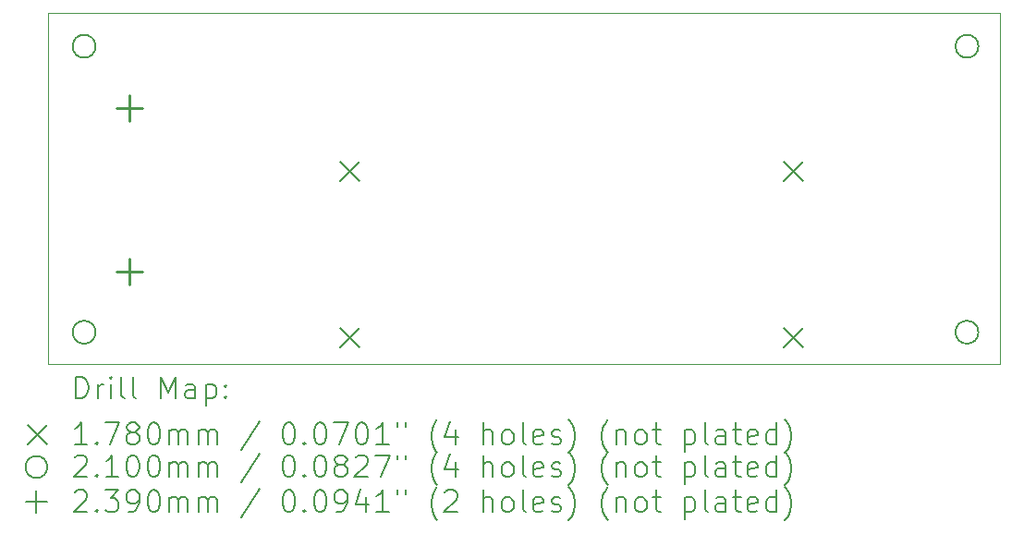
<source format=gbr>
%TF.GenerationSoftware,KiCad,Pcbnew,7.0.7*%
%TF.CreationDate,2024-03-20T00:35:12+00:00*%
%TF.ProjectId,TIMPS2Key,54494d50-5332-44b6-9579-2e6b69636164,rev?*%
%TF.SameCoordinates,Original*%
%TF.FileFunction,Drillmap*%
%TF.FilePolarity,Positive*%
%FSLAX45Y45*%
G04 Gerber Fmt 4.5, Leading zero omitted, Abs format (unit mm)*
G04 Created by KiCad (PCBNEW 7.0.7) date 2024-03-20 00:35:12*
%MOMM*%
%LPD*%
G01*
G04 APERTURE LIST*
%ADD10C,0.100000*%
%ADD11C,0.200000*%
%ADD12C,0.178000*%
%ADD13C,0.210000*%
%ADD14C,0.239000*%
G04 APERTURE END LIST*
D10*
X8071000Y-4675000D02*
X16790000Y-4675000D01*
X16790000Y-7893000D01*
X8071000Y-7893000D01*
X8071000Y-4675000D01*
D11*
D12*
X10748000Y-6040000D02*
X10926000Y-6218000D01*
X10926000Y-6040000D02*
X10748000Y-6218000D01*
X10748000Y-7564000D02*
X10926000Y-7742000D01*
X10926000Y-7564000D02*
X10748000Y-7742000D01*
X14812000Y-6040000D02*
X14990000Y-6218000D01*
X14990000Y-6040000D02*
X14812000Y-6218000D01*
X14812000Y-7564000D02*
X14990000Y-7742000D01*
X14990000Y-7564000D02*
X14812000Y-7742000D01*
D13*
X8508000Y-4981000D02*
G75*
G03*
X8508000Y-4981000I-105000J0D01*
G01*
X8508000Y-7601000D02*
G75*
G03*
X8508000Y-7601000I-105000J0D01*
G01*
X16596000Y-4981000D02*
G75*
G03*
X16596000Y-4981000I-105000J0D01*
G01*
X16596000Y-7601000D02*
G75*
G03*
X16596000Y-7601000I-105000J0D01*
G01*
D14*
X8819000Y-5427500D02*
X8819000Y-5666500D01*
X8699500Y-5547000D02*
X8938500Y-5547000D01*
X8819000Y-6928500D02*
X8819000Y-7167500D01*
X8699500Y-7048000D02*
X8938500Y-7048000D01*
D11*
X8326777Y-8209484D02*
X8326777Y-8009484D01*
X8326777Y-8009484D02*
X8374396Y-8009484D01*
X8374396Y-8009484D02*
X8402967Y-8019008D01*
X8402967Y-8019008D02*
X8422015Y-8038055D01*
X8422015Y-8038055D02*
X8431539Y-8057103D01*
X8431539Y-8057103D02*
X8441063Y-8095198D01*
X8441063Y-8095198D02*
X8441063Y-8123769D01*
X8441063Y-8123769D02*
X8431539Y-8161865D01*
X8431539Y-8161865D02*
X8422015Y-8180912D01*
X8422015Y-8180912D02*
X8402967Y-8199960D01*
X8402967Y-8199960D02*
X8374396Y-8209484D01*
X8374396Y-8209484D02*
X8326777Y-8209484D01*
X8526777Y-8209484D02*
X8526777Y-8076150D01*
X8526777Y-8114246D02*
X8536301Y-8095198D01*
X8536301Y-8095198D02*
X8545824Y-8085674D01*
X8545824Y-8085674D02*
X8564872Y-8076150D01*
X8564872Y-8076150D02*
X8583920Y-8076150D01*
X8650586Y-8209484D02*
X8650586Y-8076150D01*
X8650586Y-8009484D02*
X8641063Y-8019008D01*
X8641063Y-8019008D02*
X8650586Y-8028531D01*
X8650586Y-8028531D02*
X8660110Y-8019008D01*
X8660110Y-8019008D02*
X8650586Y-8009484D01*
X8650586Y-8009484D02*
X8650586Y-8028531D01*
X8774396Y-8209484D02*
X8755348Y-8199960D01*
X8755348Y-8199960D02*
X8745824Y-8180912D01*
X8745824Y-8180912D02*
X8745824Y-8009484D01*
X8879158Y-8209484D02*
X8860110Y-8199960D01*
X8860110Y-8199960D02*
X8850586Y-8180912D01*
X8850586Y-8180912D02*
X8850586Y-8009484D01*
X9107729Y-8209484D02*
X9107729Y-8009484D01*
X9107729Y-8009484D02*
X9174396Y-8152341D01*
X9174396Y-8152341D02*
X9241063Y-8009484D01*
X9241063Y-8009484D02*
X9241063Y-8209484D01*
X9422015Y-8209484D02*
X9422015Y-8104722D01*
X9422015Y-8104722D02*
X9412491Y-8085674D01*
X9412491Y-8085674D02*
X9393444Y-8076150D01*
X9393444Y-8076150D02*
X9355348Y-8076150D01*
X9355348Y-8076150D02*
X9336301Y-8085674D01*
X9422015Y-8199960D02*
X9402967Y-8209484D01*
X9402967Y-8209484D02*
X9355348Y-8209484D01*
X9355348Y-8209484D02*
X9336301Y-8199960D01*
X9336301Y-8199960D02*
X9326777Y-8180912D01*
X9326777Y-8180912D02*
X9326777Y-8161865D01*
X9326777Y-8161865D02*
X9336301Y-8142817D01*
X9336301Y-8142817D02*
X9355348Y-8133293D01*
X9355348Y-8133293D02*
X9402967Y-8133293D01*
X9402967Y-8133293D02*
X9422015Y-8123769D01*
X9517253Y-8076150D02*
X9517253Y-8276150D01*
X9517253Y-8085674D02*
X9536301Y-8076150D01*
X9536301Y-8076150D02*
X9574396Y-8076150D01*
X9574396Y-8076150D02*
X9593444Y-8085674D01*
X9593444Y-8085674D02*
X9602967Y-8095198D01*
X9602967Y-8095198D02*
X9612491Y-8114246D01*
X9612491Y-8114246D02*
X9612491Y-8171388D01*
X9612491Y-8171388D02*
X9602967Y-8190436D01*
X9602967Y-8190436D02*
X9593444Y-8199960D01*
X9593444Y-8199960D02*
X9574396Y-8209484D01*
X9574396Y-8209484D02*
X9536301Y-8209484D01*
X9536301Y-8209484D02*
X9517253Y-8199960D01*
X9698205Y-8190436D02*
X9707729Y-8199960D01*
X9707729Y-8199960D02*
X9698205Y-8209484D01*
X9698205Y-8209484D02*
X9688682Y-8199960D01*
X9688682Y-8199960D02*
X9698205Y-8190436D01*
X9698205Y-8190436D02*
X9698205Y-8209484D01*
X9698205Y-8085674D02*
X9707729Y-8095198D01*
X9707729Y-8095198D02*
X9698205Y-8104722D01*
X9698205Y-8104722D02*
X9688682Y-8095198D01*
X9688682Y-8095198D02*
X9698205Y-8085674D01*
X9698205Y-8085674D02*
X9698205Y-8104722D01*
D12*
X7888000Y-8449000D02*
X8066000Y-8627000D01*
X8066000Y-8449000D02*
X7888000Y-8627000D01*
D11*
X8431539Y-8629484D02*
X8317253Y-8629484D01*
X8374396Y-8629484D02*
X8374396Y-8429484D01*
X8374396Y-8429484D02*
X8355348Y-8458055D01*
X8355348Y-8458055D02*
X8336301Y-8477103D01*
X8336301Y-8477103D02*
X8317253Y-8486627D01*
X8517253Y-8610436D02*
X8526777Y-8619960D01*
X8526777Y-8619960D02*
X8517253Y-8629484D01*
X8517253Y-8629484D02*
X8507729Y-8619960D01*
X8507729Y-8619960D02*
X8517253Y-8610436D01*
X8517253Y-8610436D02*
X8517253Y-8629484D01*
X8593444Y-8429484D02*
X8726777Y-8429484D01*
X8726777Y-8429484D02*
X8641063Y-8629484D01*
X8831539Y-8515198D02*
X8812491Y-8505674D01*
X8812491Y-8505674D02*
X8802967Y-8496150D01*
X8802967Y-8496150D02*
X8793444Y-8477103D01*
X8793444Y-8477103D02*
X8793444Y-8467579D01*
X8793444Y-8467579D02*
X8802967Y-8448531D01*
X8802967Y-8448531D02*
X8812491Y-8439008D01*
X8812491Y-8439008D02*
X8831539Y-8429484D01*
X8831539Y-8429484D02*
X8869634Y-8429484D01*
X8869634Y-8429484D02*
X8888682Y-8439008D01*
X8888682Y-8439008D02*
X8898205Y-8448531D01*
X8898205Y-8448531D02*
X8907729Y-8467579D01*
X8907729Y-8467579D02*
X8907729Y-8477103D01*
X8907729Y-8477103D02*
X8898205Y-8496150D01*
X8898205Y-8496150D02*
X8888682Y-8505674D01*
X8888682Y-8505674D02*
X8869634Y-8515198D01*
X8869634Y-8515198D02*
X8831539Y-8515198D01*
X8831539Y-8515198D02*
X8812491Y-8524722D01*
X8812491Y-8524722D02*
X8802967Y-8534246D01*
X8802967Y-8534246D02*
X8793444Y-8553293D01*
X8793444Y-8553293D02*
X8793444Y-8591389D01*
X8793444Y-8591389D02*
X8802967Y-8610436D01*
X8802967Y-8610436D02*
X8812491Y-8619960D01*
X8812491Y-8619960D02*
X8831539Y-8629484D01*
X8831539Y-8629484D02*
X8869634Y-8629484D01*
X8869634Y-8629484D02*
X8888682Y-8619960D01*
X8888682Y-8619960D02*
X8898205Y-8610436D01*
X8898205Y-8610436D02*
X8907729Y-8591389D01*
X8907729Y-8591389D02*
X8907729Y-8553293D01*
X8907729Y-8553293D02*
X8898205Y-8534246D01*
X8898205Y-8534246D02*
X8888682Y-8524722D01*
X8888682Y-8524722D02*
X8869634Y-8515198D01*
X9031539Y-8429484D02*
X9050586Y-8429484D01*
X9050586Y-8429484D02*
X9069634Y-8439008D01*
X9069634Y-8439008D02*
X9079158Y-8448531D01*
X9079158Y-8448531D02*
X9088682Y-8467579D01*
X9088682Y-8467579D02*
X9098205Y-8505674D01*
X9098205Y-8505674D02*
X9098205Y-8553293D01*
X9098205Y-8553293D02*
X9088682Y-8591389D01*
X9088682Y-8591389D02*
X9079158Y-8610436D01*
X9079158Y-8610436D02*
X9069634Y-8619960D01*
X9069634Y-8619960D02*
X9050586Y-8629484D01*
X9050586Y-8629484D02*
X9031539Y-8629484D01*
X9031539Y-8629484D02*
X9012491Y-8619960D01*
X9012491Y-8619960D02*
X9002967Y-8610436D01*
X9002967Y-8610436D02*
X8993444Y-8591389D01*
X8993444Y-8591389D02*
X8983920Y-8553293D01*
X8983920Y-8553293D02*
X8983920Y-8505674D01*
X8983920Y-8505674D02*
X8993444Y-8467579D01*
X8993444Y-8467579D02*
X9002967Y-8448531D01*
X9002967Y-8448531D02*
X9012491Y-8439008D01*
X9012491Y-8439008D02*
X9031539Y-8429484D01*
X9183920Y-8629484D02*
X9183920Y-8496150D01*
X9183920Y-8515198D02*
X9193444Y-8505674D01*
X9193444Y-8505674D02*
X9212491Y-8496150D01*
X9212491Y-8496150D02*
X9241063Y-8496150D01*
X9241063Y-8496150D02*
X9260110Y-8505674D01*
X9260110Y-8505674D02*
X9269634Y-8524722D01*
X9269634Y-8524722D02*
X9269634Y-8629484D01*
X9269634Y-8524722D02*
X9279158Y-8505674D01*
X9279158Y-8505674D02*
X9298205Y-8496150D01*
X9298205Y-8496150D02*
X9326777Y-8496150D01*
X9326777Y-8496150D02*
X9345825Y-8505674D01*
X9345825Y-8505674D02*
X9355348Y-8524722D01*
X9355348Y-8524722D02*
X9355348Y-8629484D01*
X9450586Y-8629484D02*
X9450586Y-8496150D01*
X9450586Y-8515198D02*
X9460110Y-8505674D01*
X9460110Y-8505674D02*
X9479158Y-8496150D01*
X9479158Y-8496150D02*
X9507729Y-8496150D01*
X9507729Y-8496150D02*
X9526777Y-8505674D01*
X9526777Y-8505674D02*
X9536301Y-8524722D01*
X9536301Y-8524722D02*
X9536301Y-8629484D01*
X9536301Y-8524722D02*
X9545825Y-8505674D01*
X9545825Y-8505674D02*
X9564872Y-8496150D01*
X9564872Y-8496150D02*
X9593444Y-8496150D01*
X9593444Y-8496150D02*
X9612491Y-8505674D01*
X9612491Y-8505674D02*
X9622015Y-8524722D01*
X9622015Y-8524722D02*
X9622015Y-8629484D01*
X10012491Y-8419960D02*
X9841063Y-8677103D01*
X10269634Y-8429484D02*
X10288682Y-8429484D01*
X10288682Y-8429484D02*
X10307729Y-8439008D01*
X10307729Y-8439008D02*
X10317253Y-8448531D01*
X10317253Y-8448531D02*
X10326777Y-8467579D01*
X10326777Y-8467579D02*
X10336301Y-8505674D01*
X10336301Y-8505674D02*
X10336301Y-8553293D01*
X10336301Y-8553293D02*
X10326777Y-8591389D01*
X10326777Y-8591389D02*
X10317253Y-8610436D01*
X10317253Y-8610436D02*
X10307729Y-8619960D01*
X10307729Y-8619960D02*
X10288682Y-8629484D01*
X10288682Y-8629484D02*
X10269634Y-8629484D01*
X10269634Y-8629484D02*
X10250587Y-8619960D01*
X10250587Y-8619960D02*
X10241063Y-8610436D01*
X10241063Y-8610436D02*
X10231539Y-8591389D01*
X10231539Y-8591389D02*
X10222015Y-8553293D01*
X10222015Y-8553293D02*
X10222015Y-8505674D01*
X10222015Y-8505674D02*
X10231539Y-8467579D01*
X10231539Y-8467579D02*
X10241063Y-8448531D01*
X10241063Y-8448531D02*
X10250587Y-8439008D01*
X10250587Y-8439008D02*
X10269634Y-8429484D01*
X10422015Y-8610436D02*
X10431539Y-8619960D01*
X10431539Y-8619960D02*
X10422015Y-8629484D01*
X10422015Y-8629484D02*
X10412491Y-8619960D01*
X10412491Y-8619960D02*
X10422015Y-8610436D01*
X10422015Y-8610436D02*
X10422015Y-8629484D01*
X10555348Y-8429484D02*
X10574396Y-8429484D01*
X10574396Y-8429484D02*
X10593444Y-8439008D01*
X10593444Y-8439008D02*
X10602968Y-8448531D01*
X10602968Y-8448531D02*
X10612491Y-8467579D01*
X10612491Y-8467579D02*
X10622015Y-8505674D01*
X10622015Y-8505674D02*
X10622015Y-8553293D01*
X10622015Y-8553293D02*
X10612491Y-8591389D01*
X10612491Y-8591389D02*
X10602968Y-8610436D01*
X10602968Y-8610436D02*
X10593444Y-8619960D01*
X10593444Y-8619960D02*
X10574396Y-8629484D01*
X10574396Y-8629484D02*
X10555348Y-8629484D01*
X10555348Y-8629484D02*
X10536301Y-8619960D01*
X10536301Y-8619960D02*
X10526777Y-8610436D01*
X10526777Y-8610436D02*
X10517253Y-8591389D01*
X10517253Y-8591389D02*
X10507729Y-8553293D01*
X10507729Y-8553293D02*
X10507729Y-8505674D01*
X10507729Y-8505674D02*
X10517253Y-8467579D01*
X10517253Y-8467579D02*
X10526777Y-8448531D01*
X10526777Y-8448531D02*
X10536301Y-8439008D01*
X10536301Y-8439008D02*
X10555348Y-8429484D01*
X10688682Y-8429484D02*
X10822015Y-8429484D01*
X10822015Y-8429484D02*
X10736301Y-8629484D01*
X10936301Y-8429484D02*
X10955349Y-8429484D01*
X10955349Y-8429484D02*
X10974396Y-8439008D01*
X10974396Y-8439008D02*
X10983920Y-8448531D01*
X10983920Y-8448531D02*
X10993444Y-8467579D01*
X10993444Y-8467579D02*
X11002968Y-8505674D01*
X11002968Y-8505674D02*
X11002968Y-8553293D01*
X11002968Y-8553293D02*
X10993444Y-8591389D01*
X10993444Y-8591389D02*
X10983920Y-8610436D01*
X10983920Y-8610436D02*
X10974396Y-8619960D01*
X10974396Y-8619960D02*
X10955349Y-8629484D01*
X10955349Y-8629484D02*
X10936301Y-8629484D01*
X10936301Y-8629484D02*
X10917253Y-8619960D01*
X10917253Y-8619960D02*
X10907729Y-8610436D01*
X10907729Y-8610436D02*
X10898206Y-8591389D01*
X10898206Y-8591389D02*
X10888682Y-8553293D01*
X10888682Y-8553293D02*
X10888682Y-8505674D01*
X10888682Y-8505674D02*
X10898206Y-8467579D01*
X10898206Y-8467579D02*
X10907729Y-8448531D01*
X10907729Y-8448531D02*
X10917253Y-8439008D01*
X10917253Y-8439008D02*
X10936301Y-8429484D01*
X11193444Y-8629484D02*
X11079158Y-8629484D01*
X11136301Y-8629484D02*
X11136301Y-8429484D01*
X11136301Y-8429484D02*
X11117253Y-8458055D01*
X11117253Y-8458055D02*
X11098206Y-8477103D01*
X11098206Y-8477103D02*
X11079158Y-8486627D01*
X11269634Y-8429484D02*
X11269634Y-8467579D01*
X11345825Y-8429484D02*
X11345825Y-8467579D01*
X11641063Y-8705674D02*
X11631539Y-8696150D01*
X11631539Y-8696150D02*
X11612491Y-8667579D01*
X11612491Y-8667579D02*
X11602968Y-8648531D01*
X11602968Y-8648531D02*
X11593444Y-8619960D01*
X11593444Y-8619960D02*
X11583920Y-8572341D01*
X11583920Y-8572341D02*
X11583920Y-8534246D01*
X11583920Y-8534246D02*
X11593444Y-8486627D01*
X11593444Y-8486627D02*
X11602968Y-8458055D01*
X11602968Y-8458055D02*
X11612491Y-8439008D01*
X11612491Y-8439008D02*
X11631539Y-8410436D01*
X11631539Y-8410436D02*
X11641063Y-8400912D01*
X11802968Y-8496150D02*
X11802968Y-8629484D01*
X11755348Y-8419960D02*
X11707729Y-8562817D01*
X11707729Y-8562817D02*
X11831539Y-8562817D01*
X12060110Y-8629484D02*
X12060110Y-8429484D01*
X12145825Y-8629484D02*
X12145825Y-8524722D01*
X12145825Y-8524722D02*
X12136301Y-8505674D01*
X12136301Y-8505674D02*
X12117253Y-8496150D01*
X12117253Y-8496150D02*
X12088682Y-8496150D01*
X12088682Y-8496150D02*
X12069634Y-8505674D01*
X12069634Y-8505674D02*
X12060110Y-8515198D01*
X12269634Y-8629484D02*
X12250587Y-8619960D01*
X12250587Y-8619960D02*
X12241063Y-8610436D01*
X12241063Y-8610436D02*
X12231539Y-8591389D01*
X12231539Y-8591389D02*
X12231539Y-8534246D01*
X12231539Y-8534246D02*
X12241063Y-8515198D01*
X12241063Y-8515198D02*
X12250587Y-8505674D01*
X12250587Y-8505674D02*
X12269634Y-8496150D01*
X12269634Y-8496150D02*
X12298206Y-8496150D01*
X12298206Y-8496150D02*
X12317253Y-8505674D01*
X12317253Y-8505674D02*
X12326777Y-8515198D01*
X12326777Y-8515198D02*
X12336301Y-8534246D01*
X12336301Y-8534246D02*
X12336301Y-8591389D01*
X12336301Y-8591389D02*
X12326777Y-8610436D01*
X12326777Y-8610436D02*
X12317253Y-8619960D01*
X12317253Y-8619960D02*
X12298206Y-8629484D01*
X12298206Y-8629484D02*
X12269634Y-8629484D01*
X12450587Y-8629484D02*
X12431539Y-8619960D01*
X12431539Y-8619960D02*
X12422015Y-8600912D01*
X12422015Y-8600912D02*
X12422015Y-8429484D01*
X12602968Y-8619960D02*
X12583920Y-8629484D01*
X12583920Y-8629484D02*
X12545825Y-8629484D01*
X12545825Y-8629484D02*
X12526777Y-8619960D01*
X12526777Y-8619960D02*
X12517253Y-8600912D01*
X12517253Y-8600912D02*
X12517253Y-8524722D01*
X12517253Y-8524722D02*
X12526777Y-8505674D01*
X12526777Y-8505674D02*
X12545825Y-8496150D01*
X12545825Y-8496150D02*
X12583920Y-8496150D01*
X12583920Y-8496150D02*
X12602968Y-8505674D01*
X12602968Y-8505674D02*
X12612491Y-8524722D01*
X12612491Y-8524722D02*
X12612491Y-8543770D01*
X12612491Y-8543770D02*
X12517253Y-8562817D01*
X12688682Y-8619960D02*
X12707730Y-8629484D01*
X12707730Y-8629484D02*
X12745825Y-8629484D01*
X12745825Y-8629484D02*
X12764872Y-8619960D01*
X12764872Y-8619960D02*
X12774396Y-8600912D01*
X12774396Y-8600912D02*
X12774396Y-8591389D01*
X12774396Y-8591389D02*
X12764872Y-8572341D01*
X12764872Y-8572341D02*
X12745825Y-8562817D01*
X12745825Y-8562817D02*
X12717253Y-8562817D01*
X12717253Y-8562817D02*
X12698206Y-8553293D01*
X12698206Y-8553293D02*
X12688682Y-8534246D01*
X12688682Y-8534246D02*
X12688682Y-8524722D01*
X12688682Y-8524722D02*
X12698206Y-8505674D01*
X12698206Y-8505674D02*
X12717253Y-8496150D01*
X12717253Y-8496150D02*
X12745825Y-8496150D01*
X12745825Y-8496150D02*
X12764872Y-8505674D01*
X12841063Y-8705674D02*
X12850587Y-8696150D01*
X12850587Y-8696150D02*
X12869634Y-8667579D01*
X12869634Y-8667579D02*
X12879158Y-8648531D01*
X12879158Y-8648531D02*
X12888682Y-8619960D01*
X12888682Y-8619960D02*
X12898206Y-8572341D01*
X12898206Y-8572341D02*
X12898206Y-8534246D01*
X12898206Y-8534246D02*
X12888682Y-8486627D01*
X12888682Y-8486627D02*
X12879158Y-8458055D01*
X12879158Y-8458055D02*
X12869634Y-8439008D01*
X12869634Y-8439008D02*
X12850587Y-8410436D01*
X12850587Y-8410436D02*
X12841063Y-8400912D01*
X13202968Y-8705674D02*
X13193444Y-8696150D01*
X13193444Y-8696150D02*
X13174396Y-8667579D01*
X13174396Y-8667579D02*
X13164872Y-8648531D01*
X13164872Y-8648531D02*
X13155349Y-8619960D01*
X13155349Y-8619960D02*
X13145825Y-8572341D01*
X13145825Y-8572341D02*
X13145825Y-8534246D01*
X13145825Y-8534246D02*
X13155349Y-8486627D01*
X13155349Y-8486627D02*
X13164872Y-8458055D01*
X13164872Y-8458055D02*
X13174396Y-8439008D01*
X13174396Y-8439008D02*
X13193444Y-8410436D01*
X13193444Y-8410436D02*
X13202968Y-8400912D01*
X13279158Y-8496150D02*
X13279158Y-8629484D01*
X13279158Y-8515198D02*
X13288682Y-8505674D01*
X13288682Y-8505674D02*
X13307730Y-8496150D01*
X13307730Y-8496150D02*
X13336301Y-8496150D01*
X13336301Y-8496150D02*
X13355349Y-8505674D01*
X13355349Y-8505674D02*
X13364872Y-8524722D01*
X13364872Y-8524722D02*
X13364872Y-8629484D01*
X13488682Y-8629484D02*
X13469634Y-8619960D01*
X13469634Y-8619960D02*
X13460111Y-8610436D01*
X13460111Y-8610436D02*
X13450587Y-8591389D01*
X13450587Y-8591389D02*
X13450587Y-8534246D01*
X13450587Y-8534246D02*
X13460111Y-8515198D01*
X13460111Y-8515198D02*
X13469634Y-8505674D01*
X13469634Y-8505674D02*
X13488682Y-8496150D01*
X13488682Y-8496150D02*
X13517253Y-8496150D01*
X13517253Y-8496150D02*
X13536301Y-8505674D01*
X13536301Y-8505674D02*
X13545825Y-8515198D01*
X13545825Y-8515198D02*
X13555349Y-8534246D01*
X13555349Y-8534246D02*
X13555349Y-8591389D01*
X13555349Y-8591389D02*
X13545825Y-8610436D01*
X13545825Y-8610436D02*
X13536301Y-8619960D01*
X13536301Y-8619960D02*
X13517253Y-8629484D01*
X13517253Y-8629484D02*
X13488682Y-8629484D01*
X13612492Y-8496150D02*
X13688682Y-8496150D01*
X13641063Y-8429484D02*
X13641063Y-8600912D01*
X13641063Y-8600912D02*
X13650587Y-8619960D01*
X13650587Y-8619960D02*
X13669634Y-8629484D01*
X13669634Y-8629484D02*
X13688682Y-8629484D01*
X13907730Y-8496150D02*
X13907730Y-8696150D01*
X13907730Y-8505674D02*
X13926777Y-8496150D01*
X13926777Y-8496150D02*
X13964873Y-8496150D01*
X13964873Y-8496150D02*
X13983920Y-8505674D01*
X13983920Y-8505674D02*
X13993444Y-8515198D01*
X13993444Y-8515198D02*
X14002968Y-8534246D01*
X14002968Y-8534246D02*
X14002968Y-8591389D01*
X14002968Y-8591389D02*
X13993444Y-8610436D01*
X13993444Y-8610436D02*
X13983920Y-8619960D01*
X13983920Y-8619960D02*
X13964873Y-8629484D01*
X13964873Y-8629484D02*
X13926777Y-8629484D01*
X13926777Y-8629484D02*
X13907730Y-8619960D01*
X14117253Y-8629484D02*
X14098206Y-8619960D01*
X14098206Y-8619960D02*
X14088682Y-8600912D01*
X14088682Y-8600912D02*
X14088682Y-8429484D01*
X14279158Y-8629484D02*
X14279158Y-8524722D01*
X14279158Y-8524722D02*
X14269634Y-8505674D01*
X14269634Y-8505674D02*
X14250587Y-8496150D01*
X14250587Y-8496150D02*
X14212492Y-8496150D01*
X14212492Y-8496150D02*
X14193444Y-8505674D01*
X14279158Y-8619960D02*
X14260111Y-8629484D01*
X14260111Y-8629484D02*
X14212492Y-8629484D01*
X14212492Y-8629484D02*
X14193444Y-8619960D01*
X14193444Y-8619960D02*
X14183920Y-8600912D01*
X14183920Y-8600912D02*
X14183920Y-8581865D01*
X14183920Y-8581865D02*
X14193444Y-8562817D01*
X14193444Y-8562817D02*
X14212492Y-8553293D01*
X14212492Y-8553293D02*
X14260111Y-8553293D01*
X14260111Y-8553293D02*
X14279158Y-8543770D01*
X14345825Y-8496150D02*
X14422015Y-8496150D01*
X14374396Y-8429484D02*
X14374396Y-8600912D01*
X14374396Y-8600912D02*
X14383920Y-8619960D01*
X14383920Y-8619960D02*
X14402968Y-8629484D01*
X14402968Y-8629484D02*
X14422015Y-8629484D01*
X14564873Y-8619960D02*
X14545825Y-8629484D01*
X14545825Y-8629484D02*
X14507730Y-8629484D01*
X14507730Y-8629484D02*
X14488682Y-8619960D01*
X14488682Y-8619960D02*
X14479158Y-8600912D01*
X14479158Y-8600912D02*
X14479158Y-8524722D01*
X14479158Y-8524722D02*
X14488682Y-8505674D01*
X14488682Y-8505674D02*
X14507730Y-8496150D01*
X14507730Y-8496150D02*
X14545825Y-8496150D01*
X14545825Y-8496150D02*
X14564873Y-8505674D01*
X14564873Y-8505674D02*
X14574396Y-8524722D01*
X14574396Y-8524722D02*
X14574396Y-8543770D01*
X14574396Y-8543770D02*
X14479158Y-8562817D01*
X14745825Y-8629484D02*
X14745825Y-8429484D01*
X14745825Y-8619960D02*
X14726777Y-8629484D01*
X14726777Y-8629484D02*
X14688682Y-8629484D01*
X14688682Y-8629484D02*
X14669634Y-8619960D01*
X14669634Y-8619960D02*
X14660111Y-8610436D01*
X14660111Y-8610436D02*
X14650587Y-8591389D01*
X14650587Y-8591389D02*
X14650587Y-8534246D01*
X14650587Y-8534246D02*
X14660111Y-8515198D01*
X14660111Y-8515198D02*
X14669634Y-8505674D01*
X14669634Y-8505674D02*
X14688682Y-8496150D01*
X14688682Y-8496150D02*
X14726777Y-8496150D01*
X14726777Y-8496150D02*
X14745825Y-8505674D01*
X14822015Y-8705674D02*
X14831539Y-8696150D01*
X14831539Y-8696150D02*
X14850587Y-8667579D01*
X14850587Y-8667579D02*
X14860111Y-8648531D01*
X14860111Y-8648531D02*
X14869634Y-8619960D01*
X14869634Y-8619960D02*
X14879158Y-8572341D01*
X14879158Y-8572341D02*
X14879158Y-8534246D01*
X14879158Y-8534246D02*
X14869634Y-8486627D01*
X14869634Y-8486627D02*
X14860111Y-8458055D01*
X14860111Y-8458055D02*
X14850587Y-8439008D01*
X14850587Y-8439008D02*
X14831539Y-8410436D01*
X14831539Y-8410436D02*
X14822015Y-8400912D01*
X8066000Y-8836000D02*
G75*
G03*
X8066000Y-8836000I-100000J0D01*
G01*
X8317253Y-8746531D02*
X8326777Y-8737008D01*
X8326777Y-8737008D02*
X8345824Y-8727484D01*
X8345824Y-8727484D02*
X8393444Y-8727484D01*
X8393444Y-8727484D02*
X8412491Y-8737008D01*
X8412491Y-8737008D02*
X8422015Y-8746531D01*
X8422015Y-8746531D02*
X8431539Y-8765579D01*
X8431539Y-8765579D02*
X8431539Y-8784627D01*
X8431539Y-8784627D02*
X8422015Y-8813198D01*
X8422015Y-8813198D02*
X8307729Y-8927484D01*
X8307729Y-8927484D02*
X8431539Y-8927484D01*
X8517253Y-8908436D02*
X8526777Y-8917960D01*
X8526777Y-8917960D02*
X8517253Y-8927484D01*
X8517253Y-8927484D02*
X8507729Y-8917960D01*
X8507729Y-8917960D02*
X8517253Y-8908436D01*
X8517253Y-8908436D02*
X8517253Y-8927484D01*
X8717253Y-8927484D02*
X8602967Y-8927484D01*
X8660110Y-8927484D02*
X8660110Y-8727484D01*
X8660110Y-8727484D02*
X8641063Y-8756055D01*
X8641063Y-8756055D02*
X8622015Y-8775103D01*
X8622015Y-8775103D02*
X8602967Y-8784627D01*
X8841063Y-8727484D02*
X8860110Y-8727484D01*
X8860110Y-8727484D02*
X8879158Y-8737008D01*
X8879158Y-8737008D02*
X8888682Y-8746531D01*
X8888682Y-8746531D02*
X8898205Y-8765579D01*
X8898205Y-8765579D02*
X8907729Y-8803674D01*
X8907729Y-8803674D02*
X8907729Y-8851293D01*
X8907729Y-8851293D02*
X8898205Y-8889389D01*
X8898205Y-8889389D02*
X8888682Y-8908436D01*
X8888682Y-8908436D02*
X8879158Y-8917960D01*
X8879158Y-8917960D02*
X8860110Y-8927484D01*
X8860110Y-8927484D02*
X8841063Y-8927484D01*
X8841063Y-8927484D02*
X8822015Y-8917960D01*
X8822015Y-8917960D02*
X8812491Y-8908436D01*
X8812491Y-8908436D02*
X8802967Y-8889389D01*
X8802967Y-8889389D02*
X8793444Y-8851293D01*
X8793444Y-8851293D02*
X8793444Y-8803674D01*
X8793444Y-8803674D02*
X8802967Y-8765579D01*
X8802967Y-8765579D02*
X8812491Y-8746531D01*
X8812491Y-8746531D02*
X8822015Y-8737008D01*
X8822015Y-8737008D02*
X8841063Y-8727484D01*
X9031539Y-8727484D02*
X9050586Y-8727484D01*
X9050586Y-8727484D02*
X9069634Y-8737008D01*
X9069634Y-8737008D02*
X9079158Y-8746531D01*
X9079158Y-8746531D02*
X9088682Y-8765579D01*
X9088682Y-8765579D02*
X9098205Y-8803674D01*
X9098205Y-8803674D02*
X9098205Y-8851293D01*
X9098205Y-8851293D02*
X9088682Y-8889389D01*
X9088682Y-8889389D02*
X9079158Y-8908436D01*
X9079158Y-8908436D02*
X9069634Y-8917960D01*
X9069634Y-8917960D02*
X9050586Y-8927484D01*
X9050586Y-8927484D02*
X9031539Y-8927484D01*
X9031539Y-8927484D02*
X9012491Y-8917960D01*
X9012491Y-8917960D02*
X9002967Y-8908436D01*
X9002967Y-8908436D02*
X8993444Y-8889389D01*
X8993444Y-8889389D02*
X8983920Y-8851293D01*
X8983920Y-8851293D02*
X8983920Y-8803674D01*
X8983920Y-8803674D02*
X8993444Y-8765579D01*
X8993444Y-8765579D02*
X9002967Y-8746531D01*
X9002967Y-8746531D02*
X9012491Y-8737008D01*
X9012491Y-8737008D02*
X9031539Y-8727484D01*
X9183920Y-8927484D02*
X9183920Y-8794150D01*
X9183920Y-8813198D02*
X9193444Y-8803674D01*
X9193444Y-8803674D02*
X9212491Y-8794150D01*
X9212491Y-8794150D02*
X9241063Y-8794150D01*
X9241063Y-8794150D02*
X9260110Y-8803674D01*
X9260110Y-8803674D02*
X9269634Y-8822722D01*
X9269634Y-8822722D02*
X9269634Y-8927484D01*
X9269634Y-8822722D02*
X9279158Y-8803674D01*
X9279158Y-8803674D02*
X9298205Y-8794150D01*
X9298205Y-8794150D02*
X9326777Y-8794150D01*
X9326777Y-8794150D02*
X9345825Y-8803674D01*
X9345825Y-8803674D02*
X9355348Y-8822722D01*
X9355348Y-8822722D02*
X9355348Y-8927484D01*
X9450586Y-8927484D02*
X9450586Y-8794150D01*
X9450586Y-8813198D02*
X9460110Y-8803674D01*
X9460110Y-8803674D02*
X9479158Y-8794150D01*
X9479158Y-8794150D02*
X9507729Y-8794150D01*
X9507729Y-8794150D02*
X9526777Y-8803674D01*
X9526777Y-8803674D02*
X9536301Y-8822722D01*
X9536301Y-8822722D02*
X9536301Y-8927484D01*
X9536301Y-8822722D02*
X9545825Y-8803674D01*
X9545825Y-8803674D02*
X9564872Y-8794150D01*
X9564872Y-8794150D02*
X9593444Y-8794150D01*
X9593444Y-8794150D02*
X9612491Y-8803674D01*
X9612491Y-8803674D02*
X9622015Y-8822722D01*
X9622015Y-8822722D02*
X9622015Y-8927484D01*
X10012491Y-8717960D02*
X9841063Y-8975103D01*
X10269634Y-8727484D02*
X10288682Y-8727484D01*
X10288682Y-8727484D02*
X10307729Y-8737008D01*
X10307729Y-8737008D02*
X10317253Y-8746531D01*
X10317253Y-8746531D02*
X10326777Y-8765579D01*
X10326777Y-8765579D02*
X10336301Y-8803674D01*
X10336301Y-8803674D02*
X10336301Y-8851293D01*
X10336301Y-8851293D02*
X10326777Y-8889389D01*
X10326777Y-8889389D02*
X10317253Y-8908436D01*
X10317253Y-8908436D02*
X10307729Y-8917960D01*
X10307729Y-8917960D02*
X10288682Y-8927484D01*
X10288682Y-8927484D02*
X10269634Y-8927484D01*
X10269634Y-8927484D02*
X10250587Y-8917960D01*
X10250587Y-8917960D02*
X10241063Y-8908436D01*
X10241063Y-8908436D02*
X10231539Y-8889389D01*
X10231539Y-8889389D02*
X10222015Y-8851293D01*
X10222015Y-8851293D02*
X10222015Y-8803674D01*
X10222015Y-8803674D02*
X10231539Y-8765579D01*
X10231539Y-8765579D02*
X10241063Y-8746531D01*
X10241063Y-8746531D02*
X10250587Y-8737008D01*
X10250587Y-8737008D02*
X10269634Y-8727484D01*
X10422015Y-8908436D02*
X10431539Y-8917960D01*
X10431539Y-8917960D02*
X10422015Y-8927484D01*
X10422015Y-8927484D02*
X10412491Y-8917960D01*
X10412491Y-8917960D02*
X10422015Y-8908436D01*
X10422015Y-8908436D02*
X10422015Y-8927484D01*
X10555348Y-8727484D02*
X10574396Y-8727484D01*
X10574396Y-8727484D02*
X10593444Y-8737008D01*
X10593444Y-8737008D02*
X10602968Y-8746531D01*
X10602968Y-8746531D02*
X10612491Y-8765579D01*
X10612491Y-8765579D02*
X10622015Y-8803674D01*
X10622015Y-8803674D02*
X10622015Y-8851293D01*
X10622015Y-8851293D02*
X10612491Y-8889389D01*
X10612491Y-8889389D02*
X10602968Y-8908436D01*
X10602968Y-8908436D02*
X10593444Y-8917960D01*
X10593444Y-8917960D02*
X10574396Y-8927484D01*
X10574396Y-8927484D02*
X10555348Y-8927484D01*
X10555348Y-8927484D02*
X10536301Y-8917960D01*
X10536301Y-8917960D02*
X10526777Y-8908436D01*
X10526777Y-8908436D02*
X10517253Y-8889389D01*
X10517253Y-8889389D02*
X10507729Y-8851293D01*
X10507729Y-8851293D02*
X10507729Y-8803674D01*
X10507729Y-8803674D02*
X10517253Y-8765579D01*
X10517253Y-8765579D02*
X10526777Y-8746531D01*
X10526777Y-8746531D02*
X10536301Y-8737008D01*
X10536301Y-8737008D02*
X10555348Y-8727484D01*
X10736301Y-8813198D02*
X10717253Y-8803674D01*
X10717253Y-8803674D02*
X10707729Y-8794150D01*
X10707729Y-8794150D02*
X10698206Y-8775103D01*
X10698206Y-8775103D02*
X10698206Y-8765579D01*
X10698206Y-8765579D02*
X10707729Y-8746531D01*
X10707729Y-8746531D02*
X10717253Y-8737008D01*
X10717253Y-8737008D02*
X10736301Y-8727484D01*
X10736301Y-8727484D02*
X10774396Y-8727484D01*
X10774396Y-8727484D02*
X10793444Y-8737008D01*
X10793444Y-8737008D02*
X10802968Y-8746531D01*
X10802968Y-8746531D02*
X10812491Y-8765579D01*
X10812491Y-8765579D02*
X10812491Y-8775103D01*
X10812491Y-8775103D02*
X10802968Y-8794150D01*
X10802968Y-8794150D02*
X10793444Y-8803674D01*
X10793444Y-8803674D02*
X10774396Y-8813198D01*
X10774396Y-8813198D02*
X10736301Y-8813198D01*
X10736301Y-8813198D02*
X10717253Y-8822722D01*
X10717253Y-8822722D02*
X10707729Y-8832246D01*
X10707729Y-8832246D02*
X10698206Y-8851293D01*
X10698206Y-8851293D02*
X10698206Y-8889389D01*
X10698206Y-8889389D02*
X10707729Y-8908436D01*
X10707729Y-8908436D02*
X10717253Y-8917960D01*
X10717253Y-8917960D02*
X10736301Y-8927484D01*
X10736301Y-8927484D02*
X10774396Y-8927484D01*
X10774396Y-8927484D02*
X10793444Y-8917960D01*
X10793444Y-8917960D02*
X10802968Y-8908436D01*
X10802968Y-8908436D02*
X10812491Y-8889389D01*
X10812491Y-8889389D02*
X10812491Y-8851293D01*
X10812491Y-8851293D02*
X10802968Y-8832246D01*
X10802968Y-8832246D02*
X10793444Y-8822722D01*
X10793444Y-8822722D02*
X10774396Y-8813198D01*
X10888682Y-8746531D02*
X10898206Y-8737008D01*
X10898206Y-8737008D02*
X10917253Y-8727484D01*
X10917253Y-8727484D02*
X10964872Y-8727484D01*
X10964872Y-8727484D02*
X10983920Y-8737008D01*
X10983920Y-8737008D02*
X10993444Y-8746531D01*
X10993444Y-8746531D02*
X11002968Y-8765579D01*
X11002968Y-8765579D02*
X11002968Y-8784627D01*
X11002968Y-8784627D02*
X10993444Y-8813198D01*
X10993444Y-8813198D02*
X10879158Y-8927484D01*
X10879158Y-8927484D02*
X11002968Y-8927484D01*
X11069634Y-8727484D02*
X11202967Y-8727484D01*
X11202967Y-8727484D02*
X11117253Y-8927484D01*
X11269634Y-8727484D02*
X11269634Y-8765579D01*
X11345825Y-8727484D02*
X11345825Y-8765579D01*
X11641063Y-9003674D02*
X11631539Y-8994150D01*
X11631539Y-8994150D02*
X11612491Y-8965579D01*
X11612491Y-8965579D02*
X11602968Y-8946531D01*
X11602968Y-8946531D02*
X11593444Y-8917960D01*
X11593444Y-8917960D02*
X11583920Y-8870341D01*
X11583920Y-8870341D02*
X11583920Y-8832246D01*
X11583920Y-8832246D02*
X11593444Y-8784627D01*
X11593444Y-8784627D02*
X11602968Y-8756055D01*
X11602968Y-8756055D02*
X11612491Y-8737008D01*
X11612491Y-8737008D02*
X11631539Y-8708436D01*
X11631539Y-8708436D02*
X11641063Y-8698912D01*
X11802968Y-8794150D02*
X11802968Y-8927484D01*
X11755348Y-8717960D02*
X11707729Y-8860817D01*
X11707729Y-8860817D02*
X11831539Y-8860817D01*
X12060110Y-8927484D02*
X12060110Y-8727484D01*
X12145825Y-8927484D02*
X12145825Y-8822722D01*
X12145825Y-8822722D02*
X12136301Y-8803674D01*
X12136301Y-8803674D02*
X12117253Y-8794150D01*
X12117253Y-8794150D02*
X12088682Y-8794150D01*
X12088682Y-8794150D02*
X12069634Y-8803674D01*
X12069634Y-8803674D02*
X12060110Y-8813198D01*
X12269634Y-8927484D02*
X12250587Y-8917960D01*
X12250587Y-8917960D02*
X12241063Y-8908436D01*
X12241063Y-8908436D02*
X12231539Y-8889389D01*
X12231539Y-8889389D02*
X12231539Y-8832246D01*
X12231539Y-8832246D02*
X12241063Y-8813198D01*
X12241063Y-8813198D02*
X12250587Y-8803674D01*
X12250587Y-8803674D02*
X12269634Y-8794150D01*
X12269634Y-8794150D02*
X12298206Y-8794150D01*
X12298206Y-8794150D02*
X12317253Y-8803674D01*
X12317253Y-8803674D02*
X12326777Y-8813198D01*
X12326777Y-8813198D02*
X12336301Y-8832246D01*
X12336301Y-8832246D02*
X12336301Y-8889389D01*
X12336301Y-8889389D02*
X12326777Y-8908436D01*
X12326777Y-8908436D02*
X12317253Y-8917960D01*
X12317253Y-8917960D02*
X12298206Y-8927484D01*
X12298206Y-8927484D02*
X12269634Y-8927484D01*
X12450587Y-8927484D02*
X12431539Y-8917960D01*
X12431539Y-8917960D02*
X12422015Y-8898912D01*
X12422015Y-8898912D02*
X12422015Y-8727484D01*
X12602968Y-8917960D02*
X12583920Y-8927484D01*
X12583920Y-8927484D02*
X12545825Y-8927484D01*
X12545825Y-8927484D02*
X12526777Y-8917960D01*
X12526777Y-8917960D02*
X12517253Y-8898912D01*
X12517253Y-8898912D02*
X12517253Y-8822722D01*
X12517253Y-8822722D02*
X12526777Y-8803674D01*
X12526777Y-8803674D02*
X12545825Y-8794150D01*
X12545825Y-8794150D02*
X12583920Y-8794150D01*
X12583920Y-8794150D02*
X12602968Y-8803674D01*
X12602968Y-8803674D02*
X12612491Y-8822722D01*
X12612491Y-8822722D02*
X12612491Y-8841770D01*
X12612491Y-8841770D02*
X12517253Y-8860817D01*
X12688682Y-8917960D02*
X12707730Y-8927484D01*
X12707730Y-8927484D02*
X12745825Y-8927484D01*
X12745825Y-8927484D02*
X12764872Y-8917960D01*
X12764872Y-8917960D02*
X12774396Y-8898912D01*
X12774396Y-8898912D02*
X12774396Y-8889389D01*
X12774396Y-8889389D02*
X12764872Y-8870341D01*
X12764872Y-8870341D02*
X12745825Y-8860817D01*
X12745825Y-8860817D02*
X12717253Y-8860817D01*
X12717253Y-8860817D02*
X12698206Y-8851293D01*
X12698206Y-8851293D02*
X12688682Y-8832246D01*
X12688682Y-8832246D02*
X12688682Y-8822722D01*
X12688682Y-8822722D02*
X12698206Y-8803674D01*
X12698206Y-8803674D02*
X12717253Y-8794150D01*
X12717253Y-8794150D02*
X12745825Y-8794150D01*
X12745825Y-8794150D02*
X12764872Y-8803674D01*
X12841063Y-9003674D02*
X12850587Y-8994150D01*
X12850587Y-8994150D02*
X12869634Y-8965579D01*
X12869634Y-8965579D02*
X12879158Y-8946531D01*
X12879158Y-8946531D02*
X12888682Y-8917960D01*
X12888682Y-8917960D02*
X12898206Y-8870341D01*
X12898206Y-8870341D02*
X12898206Y-8832246D01*
X12898206Y-8832246D02*
X12888682Y-8784627D01*
X12888682Y-8784627D02*
X12879158Y-8756055D01*
X12879158Y-8756055D02*
X12869634Y-8737008D01*
X12869634Y-8737008D02*
X12850587Y-8708436D01*
X12850587Y-8708436D02*
X12841063Y-8698912D01*
X13202968Y-9003674D02*
X13193444Y-8994150D01*
X13193444Y-8994150D02*
X13174396Y-8965579D01*
X13174396Y-8965579D02*
X13164872Y-8946531D01*
X13164872Y-8946531D02*
X13155349Y-8917960D01*
X13155349Y-8917960D02*
X13145825Y-8870341D01*
X13145825Y-8870341D02*
X13145825Y-8832246D01*
X13145825Y-8832246D02*
X13155349Y-8784627D01*
X13155349Y-8784627D02*
X13164872Y-8756055D01*
X13164872Y-8756055D02*
X13174396Y-8737008D01*
X13174396Y-8737008D02*
X13193444Y-8708436D01*
X13193444Y-8708436D02*
X13202968Y-8698912D01*
X13279158Y-8794150D02*
X13279158Y-8927484D01*
X13279158Y-8813198D02*
X13288682Y-8803674D01*
X13288682Y-8803674D02*
X13307730Y-8794150D01*
X13307730Y-8794150D02*
X13336301Y-8794150D01*
X13336301Y-8794150D02*
X13355349Y-8803674D01*
X13355349Y-8803674D02*
X13364872Y-8822722D01*
X13364872Y-8822722D02*
X13364872Y-8927484D01*
X13488682Y-8927484D02*
X13469634Y-8917960D01*
X13469634Y-8917960D02*
X13460111Y-8908436D01*
X13460111Y-8908436D02*
X13450587Y-8889389D01*
X13450587Y-8889389D02*
X13450587Y-8832246D01*
X13450587Y-8832246D02*
X13460111Y-8813198D01*
X13460111Y-8813198D02*
X13469634Y-8803674D01*
X13469634Y-8803674D02*
X13488682Y-8794150D01*
X13488682Y-8794150D02*
X13517253Y-8794150D01*
X13517253Y-8794150D02*
X13536301Y-8803674D01*
X13536301Y-8803674D02*
X13545825Y-8813198D01*
X13545825Y-8813198D02*
X13555349Y-8832246D01*
X13555349Y-8832246D02*
X13555349Y-8889389D01*
X13555349Y-8889389D02*
X13545825Y-8908436D01*
X13545825Y-8908436D02*
X13536301Y-8917960D01*
X13536301Y-8917960D02*
X13517253Y-8927484D01*
X13517253Y-8927484D02*
X13488682Y-8927484D01*
X13612492Y-8794150D02*
X13688682Y-8794150D01*
X13641063Y-8727484D02*
X13641063Y-8898912D01*
X13641063Y-8898912D02*
X13650587Y-8917960D01*
X13650587Y-8917960D02*
X13669634Y-8927484D01*
X13669634Y-8927484D02*
X13688682Y-8927484D01*
X13907730Y-8794150D02*
X13907730Y-8994150D01*
X13907730Y-8803674D02*
X13926777Y-8794150D01*
X13926777Y-8794150D02*
X13964873Y-8794150D01*
X13964873Y-8794150D02*
X13983920Y-8803674D01*
X13983920Y-8803674D02*
X13993444Y-8813198D01*
X13993444Y-8813198D02*
X14002968Y-8832246D01*
X14002968Y-8832246D02*
X14002968Y-8889389D01*
X14002968Y-8889389D02*
X13993444Y-8908436D01*
X13993444Y-8908436D02*
X13983920Y-8917960D01*
X13983920Y-8917960D02*
X13964873Y-8927484D01*
X13964873Y-8927484D02*
X13926777Y-8927484D01*
X13926777Y-8927484D02*
X13907730Y-8917960D01*
X14117253Y-8927484D02*
X14098206Y-8917960D01*
X14098206Y-8917960D02*
X14088682Y-8898912D01*
X14088682Y-8898912D02*
X14088682Y-8727484D01*
X14279158Y-8927484D02*
X14279158Y-8822722D01*
X14279158Y-8822722D02*
X14269634Y-8803674D01*
X14269634Y-8803674D02*
X14250587Y-8794150D01*
X14250587Y-8794150D02*
X14212492Y-8794150D01*
X14212492Y-8794150D02*
X14193444Y-8803674D01*
X14279158Y-8917960D02*
X14260111Y-8927484D01*
X14260111Y-8927484D02*
X14212492Y-8927484D01*
X14212492Y-8927484D02*
X14193444Y-8917960D01*
X14193444Y-8917960D02*
X14183920Y-8898912D01*
X14183920Y-8898912D02*
X14183920Y-8879865D01*
X14183920Y-8879865D02*
X14193444Y-8860817D01*
X14193444Y-8860817D02*
X14212492Y-8851293D01*
X14212492Y-8851293D02*
X14260111Y-8851293D01*
X14260111Y-8851293D02*
X14279158Y-8841770D01*
X14345825Y-8794150D02*
X14422015Y-8794150D01*
X14374396Y-8727484D02*
X14374396Y-8898912D01*
X14374396Y-8898912D02*
X14383920Y-8917960D01*
X14383920Y-8917960D02*
X14402968Y-8927484D01*
X14402968Y-8927484D02*
X14422015Y-8927484D01*
X14564873Y-8917960D02*
X14545825Y-8927484D01*
X14545825Y-8927484D02*
X14507730Y-8927484D01*
X14507730Y-8927484D02*
X14488682Y-8917960D01*
X14488682Y-8917960D02*
X14479158Y-8898912D01*
X14479158Y-8898912D02*
X14479158Y-8822722D01*
X14479158Y-8822722D02*
X14488682Y-8803674D01*
X14488682Y-8803674D02*
X14507730Y-8794150D01*
X14507730Y-8794150D02*
X14545825Y-8794150D01*
X14545825Y-8794150D02*
X14564873Y-8803674D01*
X14564873Y-8803674D02*
X14574396Y-8822722D01*
X14574396Y-8822722D02*
X14574396Y-8841770D01*
X14574396Y-8841770D02*
X14479158Y-8860817D01*
X14745825Y-8927484D02*
X14745825Y-8727484D01*
X14745825Y-8917960D02*
X14726777Y-8927484D01*
X14726777Y-8927484D02*
X14688682Y-8927484D01*
X14688682Y-8927484D02*
X14669634Y-8917960D01*
X14669634Y-8917960D02*
X14660111Y-8908436D01*
X14660111Y-8908436D02*
X14650587Y-8889389D01*
X14650587Y-8889389D02*
X14650587Y-8832246D01*
X14650587Y-8832246D02*
X14660111Y-8813198D01*
X14660111Y-8813198D02*
X14669634Y-8803674D01*
X14669634Y-8803674D02*
X14688682Y-8794150D01*
X14688682Y-8794150D02*
X14726777Y-8794150D01*
X14726777Y-8794150D02*
X14745825Y-8803674D01*
X14822015Y-9003674D02*
X14831539Y-8994150D01*
X14831539Y-8994150D02*
X14850587Y-8965579D01*
X14850587Y-8965579D02*
X14860111Y-8946531D01*
X14860111Y-8946531D02*
X14869634Y-8917960D01*
X14869634Y-8917960D02*
X14879158Y-8870341D01*
X14879158Y-8870341D02*
X14879158Y-8832246D01*
X14879158Y-8832246D02*
X14869634Y-8784627D01*
X14869634Y-8784627D02*
X14860111Y-8756055D01*
X14860111Y-8756055D02*
X14850587Y-8737008D01*
X14850587Y-8737008D02*
X14831539Y-8708436D01*
X14831539Y-8708436D02*
X14822015Y-8698912D01*
X7966000Y-9056000D02*
X7966000Y-9256000D01*
X7866000Y-9156000D02*
X8066000Y-9156000D01*
X8317253Y-9066531D02*
X8326777Y-9057008D01*
X8326777Y-9057008D02*
X8345824Y-9047484D01*
X8345824Y-9047484D02*
X8393444Y-9047484D01*
X8393444Y-9047484D02*
X8412491Y-9057008D01*
X8412491Y-9057008D02*
X8422015Y-9066531D01*
X8422015Y-9066531D02*
X8431539Y-9085579D01*
X8431539Y-9085579D02*
X8431539Y-9104627D01*
X8431539Y-9104627D02*
X8422015Y-9133198D01*
X8422015Y-9133198D02*
X8307729Y-9247484D01*
X8307729Y-9247484D02*
X8431539Y-9247484D01*
X8517253Y-9228436D02*
X8526777Y-9237960D01*
X8526777Y-9237960D02*
X8517253Y-9247484D01*
X8517253Y-9247484D02*
X8507729Y-9237960D01*
X8507729Y-9237960D02*
X8517253Y-9228436D01*
X8517253Y-9228436D02*
X8517253Y-9247484D01*
X8593444Y-9047484D02*
X8717253Y-9047484D01*
X8717253Y-9047484D02*
X8650586Y-9123674D01*
X8650586Y-9123674D02*
X8679158Y-9123674D01*
X8679158Y-9123674D02*
X8698205Y-9133198D01*
X8698205Y-9133198D02*
X8707729Y-9142722D01*
X8707729Y-9142722D02*
X8717253Y-9161770D01*
X8717253Y-9161770D02*
X8717253Y-9209389D01*
X8717253Y-9209389D02*
X8707729Y-9228436D01*
X8707729Y-9228436D02*
X8698205Y-9237960D01*
X8698205Y-9237960D02*
X8679158Y-9247484D01*
X8679158Y-9247484D02*
X8622015Y-9247484D01*
X8622015Y-9247484D02*
X8602967Y-9237960D01*
X8602967Y-9237960D02*
X8593444Y-9228436D01*
X8812491Y-9247484D02*
X8850586Y-9247484D01*
X8850586Y-9247484D02*
X8869634Y-9237960D01*
X8869634Y-9237960D02*
X8879158Y-9228436D01*
X8879158Y-9228436D02*
X8898205Y-9199865D01*
X8898205Y-9199865D02*
X8907729Y-9161770D01*
X8907729Y-9161770D02*
X8907729Y-9085579D01*
X8907729Y-9085579D02*
X8898205Y-9066531D01*
X8898205Y-9066531D02*
X8888682Y-9057008D01*
X8888682Y-9057008D02*
X8869634Y-9047484D01*
X8869634Y-9047484D02*
X8831539Y-9047484D01*
X8831539Y-9047484D02*
X8812491Y-9057008D01*
X8812491Y-9057008D02*
X8802967Y-9066531D01*
X8802967Y-9066531D02*
X8793444Y-9085579D01*
X8793444Y-9085579D02*
X8793444Y-9133198D01*
X8793444Y-9133198D02*
X8802967Y-9152246D01*
X8802967Y-9152246D02*
X8812491Y-9161770D01*
X8812491Y-9161770D02*
X8831539Y-9171293D01*
X8831539Y-9171293D02*
X8869634Y-9171293D01*
X8869634Y-9171293D02*
X8888682Y-9161770D01*
X8888682Y-9161770D02*
X8898205Y-9152246D01*
X8898205Y-9152246D02*
X8907729Y-9133198D01*
X9031539Y-9047484D02*
X9050586Y-9047484D01*
X9050586Y-9047484D02*
X9069634Y-9057008D01*
X9069634Y-9057008D02*
X9079158Y-9066531D01*
X9079158Y-9066531D02*
X9088682Y-9085579D01*
X9088682Y-9085579D02*
X9098205Y-9123674D01*
X9098205Y-9123674D02*
X9098205Y-9171293D01*
X9098205Y-9171293D02*
X9088682Y-9209389D01*
X9088682Y-9209389D02*
X9079158Y-9228436D01*
X9079158Y-9228436D02*
X9069634Y-9237960D01*
X9069634Y-9237960D02*
X9050586Y-9247484D01*
X9050586Y-9247484D02*
X9031539Y-9247484D01*
X9031539Y-9247484D02*
X9012491Y-9237960D01*
X9012491Y-9237960D02*
X9002967Y-9228436D01*
X9002967Y-9228436D02*
X8993444Y-9209389D01*
X8993444Y-9209389D02*
X8983920Y-9171293D01*
X8983920Y-9171293D02*
X8983920Y-9123674D01*
X8983920Y-9123674D02*
X8993444Y-9085579D01*
X8993444Y-9085579D02*
X9002967Y-9066531D01*
X9002967Y-9066531D02*
X9012491Y-9057008D01*
X9012491Y-9057008D02*
X9031539Y-9047484D01*
X9183920Y-9247484D02*
X9183920Y-9114150D01*
X9183920Y-9133198D02*
X9193444Y-9123674D01*
X9193444Y-9123674D02*
X9212491Y-9114150D01*
X9212491Y-9114150D02*
X9241063Y-9114150D01*
X9241063Y-9114150D02*
X9260110Y-9123674D01*
X9260110Y-9123674D02*
X9269634Y-9142722D01*
X9269634Y-9142722D02*
X9269634Y-9247484D01*
X9269634Y-9142722D02*
X9279158Y-9123674D01*
X9279158Y-9123674D02*
X9298205Y-9114150D01*
X9298205Y-9114150D02*
X9326777Y-9114150D01*
X9326777Y-9114150D02*
X9345825Y-9123674D01*
X9345825Y-9123674D02*
X9355348Y-9142722D01*
X9355348Y-9142722D02*
X9355348Y-9247484D01*
X9450586Y-9247484D02*
X9450586Y-9114150D01*
X9450586Y-9133198D02*
X9460110Y-9123674D01*
X9460110Y-9123674D02*
X9479158Y-9114150D01*
X9479158Y-9114150D02*
X9507729Y-9114150D01*
X9507729Y-9114150D02*
X9526777Y-9123674D01*
X9526777Y-9123674D02*
X9536301Y-9142722D01*
X9536301Y-9142722D02*
X9536301Y-9247484D01*
X9536301Y-9142722D02*
X9545825Y-9123674D01*
X9545825Y-9123674D02*
X9564872Y-9114150D01*
X9564872Y-9114150D02*
X9593444Y-9114150D01*
X9593444Y-9114150D02*
X9612491Y-9123674D01*
X9612491Y-9123674D02*
X9622015Y-9142722D01*
X9622015Y-9142722D02*
X9622015Y-9247484D01*
X10012491Y-9037960D02*
X9841063Y-9295103D01*
X10269634Y-9047484D02*
X10288682Y-9047484D01*
X10288682Y-9047484D02*
X10307729Y-9057008D01*
X10307729Y-9057008D02*
X10317253Y-9066531D01*
X10317253Y-9066531D02*
X10326777Y-9085579D01*
X10326777Y-9085579D02*
X10336301Y-9123674D01*
X10336301Y-9123674D02*
X10336301Y-9171293D01*
X10336301Y-9171293D02*
X10326777Y-9209389D01*
X10326777Y-9209389D02*
X10317253Y-9228436D01*
X10317253Y-9228436D02*
X10307729Y-9237960D01*
X10307729Y-9237960D02*
X10288682Y-9247484D01*
X10288682Y-9247484D02*
X10269634Y-9247484D01*
X10269634Y-9247484D02*
X10250587Y-9237960D01*
X10250587Y-9237960D02*
X10241063Y-9228436D01*
X10241063Y-9228436D02*
X10231539Y-9209389D01*
X10231539Y-9209389D02*
X10222015Y-9171293D01*
X10222015Y-9171293D02*
X10222015Y-9123674D01*
X10222015Y-9123674D02*
X10231539Y-9085579D01*
X10231539Y-9085579D02*
X10241063Y-9066531D01*
X10241063Y-9066531D02*
X10250587Y-9057008D01*
X10250587Y-9057008D02*
X10269634Y-9047484D01*
X10422015Y-9228436D02*
X10431539Y-9237960D01*
X10431539Y-9237960D02*
X10422015Y-9247484D01*
X10422015Y-9247484D02*
X10412491Y-9237960D01*
X10412491Y-9237960D02*
X10422015Y-9228436D01*
X10422015Y-9228436D02*
X10422015Y-9247484D01*
X10555348Y-9047484D02*
X10574396Y-9047484D01*
X10574396Y-9047484D02*
X10593444Y-9057008D01*
X10593444Y-9057008D02*
X10602968Y-9066531D01*
X10602968Y-9066531D02*
X10612491Y-9085579D01*
X10612491Y-9085579D02*
X10622015Y-9123674D01*
X10622015Y-9123674D02*
X10622015Y-9171293D01*
X10622015Y-9171293D02*
X10612491Y-9209389D01*
X10612491Y-9209389D02*
X10602968Y-9228436D01*
X10602968Y-9228436D02*
X10593444Y-9237960D01*
X10593444Y-9237960D02*
X10574396Y-9247484D01*
X10574396Y-9247484D02*
X10555348Y-9247484D01*
X10555348Y-9247484D02*
X10536301Y-9237960D01*
X10536301Y-9237960D02*
X10526777Y-9228436D01*
X10526777Y-9228436D02*
X10517253Y-9209389D01*
X10517253Y-9209389D02*
X10507729Y-9171293D01*
X10507729Y-9171293D02*
X10507729Y-9123674D01*
X10507729Y-9123674D02*
X10517253Y-9085579D01*
X10517253Y-9085579D02*
X10526777Y-9066531D01*
X10526777Y-9066531D02*
X10536301Y-9057008D01*
X10536301Y-9057008D02*
X10555348Y-9047484D01*
X10717253Y-9247484D02*
X10755348Y-9247484D01*
X10755348Y-9247484D02*
X10774396Y-9237960D01*
X10774396Y-9237960D02*
X10783920Y-9228436D01*
X10783920Y-9228436D02*
X10802968Y-9199865D01*
X10802968Y-9199865D02*
X10812491Y-9161770D01*
X10812491Y-9161770D02*
X10812491Y-9085579D01*
X10812491Y-9085579D02*
X10802968Y-9066531D01*
X10802968Y-9066531D02*
X10793444Y-9057008D01*
X10793444Y-9057008D02*
X10774396Y-9047484D01*
X10774396Y-9047484D02*
X10736301Y-9047484D01*
X10736301Y-9047484D02*
X10717253Y-9057008D01*
X10717253Y-9057008D02*
X10707729Y-9066531D01*
X10707729Y-9066531D02*
X10698206Y-9085579D01*
X10698206Y-9085579D02*
X10698206Y-9133198D01*
X10698206Y-9133198D02*
X10707729Y-9152246D01*
X10707729Y-9152246D02*
X10717253Y-9161770D01*
X10717253Y-9161770D02*
X10736301Y-9171293D01*
X10736301Y-9171293D02*
X10774396Y-9171293D01*
X10774396Y-9171293D02*
X10793444Y-9161770D01*
X10793444Y-9161770D02*
X10802968Y-9152246D01*
X10802968Y-9152246D02*
X10812491Y-9133198D01*
X10983920Y-9114150D02*
X10983920Y-9247484D01*
X10936301Y-9037960D02*
X10888682Y-9180817D01*
X10888682Y-9180817D02*
X11012491Y-9180817D01*
X11193444Y-9247484D02*
X11079158Y-9247484D01*
X11136301Y-9247484D02*
X11136301Y-9047484D01*
X11136301Y-9047484D02*
X11117253Y-9076055D01*
X11117253Y-9076055D02*
X11098206Y-9095103D01*
X11098206Y-9095103D02*
X11079158Y-9104627D01*
X11269634Y-9047484D02*
X11269634Y-9085579D01*
X11345825Y-9047484D02*
X11345825Y-9085579D01*
X11641063Y-9323674D02*
X11631539Y-9314150D01*
X11631539Y-9314150D02*
X11612491Y-9285579D01*
X11612491Y-9285579D02*
X11602968Y-9266531D01*
X11602968Y-9266531D02*
X11593444Y-9237960D01*
X11593444Y-9237960D02*
X11583920Y-9190341D01*
X11583920Y-9190341D02*
X11583920Y-9152246D01*
X11583920Y-9152246D02*
X11593444Y-9104627D01*
X11593444Y-9104627D02*
X11602968Y-9076055D01*
X11602968Y-9076055D02*
X11612491Y-9057008D01*
X11612491Y-9057008D02*
X11631539Y-9028436D01*
X11631539Y-9028436D02*
X11641063Y-9018912D01*
X11707729Y-9066531D02*
X11717253Y-9057008D01*
X11717253Y-9057008D02*
X11736301Y-9047484D01*
X11736301Y-9047484D02*
X11783920Y-9047484D01*
X11783920Y-9047484D02*
X11802968Y-9057008D01*
X11802968Y-9057008D02*
X11812491Y-9066531D01*
X11812491Y-9066531D02*
X11822015Y-9085579D01*
X11822015Y-9085579D02*
X11822015Y-9104627D01*
X11822015Y-9104627D02*
X11812491Y-9133198D01*
X11812491Y-9133198D02*
X11698206Y-9247484D01*
X11698206Y-9247484D02*
X11822015Y-9247484D01*
X12060110Y-9247484D02*
X12060110Y-9047484D01*
X12145825Y-9247484D02*
X12145825Y-9142722D01*
X12145825Y-9142722D02*
X12136301Y-9123674D01*
X12136301Y-9123674D02*
X12117253Y-9114150D01*
X12117253Y-9114150D02*
X12088682Y-9114150D01*
X12088682Y-9114150D02*
X12069634Y-9123674D01*
X12069634Y-9123674D02*
X12060110Y-9133198D01*
X12269634Y-9247484D02*
X12250587Y-9237960D01*
X12250587Y-9237960D02*
X12241063Y-9228436D01*
X12241063Y-9228436D02*
X12231539Y-9209389D01*
X12231539Y-9209389D02*
X12231539Y-9152246D01*
X12231539Y-9152246D02*
X12241063Y-9133198D01*
X12241063Y-9133198D02*
X12250587Y-9123674D01*
X12250587Y-9123674D02*
X12269634Y-9114150D01*
X12269634Y-9114150D02*
X12298206Y-9114150D01*
X12298206Y-9114150D02*
X12317253Y-9123674D01*
X12317253Y-9123674D02*
X12326777Y-9133198D01*
X12326777Y-9133198D02*
X12336301Y-9152246D01*
X12336301Y-9152246D02*
X12336301Y-9209389D01*
X12336301Y-9209389D02*
X12326777Y-9228436D01*
X12326777Y-9228436D02*
X12317253Y-9237960D01*
X12317253Y-9237960D02*
X12298206Y-9247484D01*
X12298206Y-9247484D02*
X12269634Y-9247484D01*
X12450587Y-9247484D02*
X12431539Y-9237960D01*
X12431539Y-9237960D02*
X12422015Y-9218912D01*
X12422015Y-9218912D02*
X12422015Y-9047484D01*
X12602968Y-9237960D02*
X12583920Y-9247484D01*
X12583920Y-9247484D02*
X12545825Y-9247484D01*
X12545825Y-9247484D02*
X12526777Y-9237960D01*
X12526777Y-9237960D02*
X12517253Y-9218912D01*
X12517253Y-9218912D02*
X12517253Y-9142722D01*
X12517253Y-9142722D02*
X12526777Y-9123674D01*
X12526777Y-9123674D02*
X12545825Y-9114150D01*
X12545825Y-9114150D02*
X12583920Y-9114150D01*
X12583920Y-9114150D02*
X12602968Y-9123674D01*
X12602968Y-9123674D02*
X12612491Y-9142722D01*
X12612491Y-9142722D02*
X12612491Y-9161770D01*
X12612491Y-9161770D02*
X12517253Y-9180817D01*
X12688682Y-9237960D02*
X12707730Y-9247484D01*
X12707730Y-9247484D02*
X12745825Y-9247484D01*
X12745825Y-9247484D02*
X12764872Y-9237960D01*
X12764872Y-9237960D02*
X12774396Y-9218912D01*
X12774396Y-9218912D02*
X12774396Y-9209389D01*
X12774396Y-9209389D02*
X12764872Y-9190341D01*
X12764872Y-9190341D02*
X12745825Y-9180817D01*
X12745825Y-9180817D02*
X12717253Y-9180817D01*
X12717253Y-9180817D02*
X12698206Y-9171293D01*
X12698206Y-9171293D02*
X12688682Y-9152246D01*
X12688682Y-9152246D02*
X12688682Y-9142722D01*
X12688682Y-9142722D02*
X12698206Y-9123674D01*
X12698206Y-9123674D02*
X12717253Y-9114150D01*
X12717253Y-9114150D02*
X12745825Y-9114150D01*
X12745825Y-9114150D02*
X12764872Y-9123674D01*
X12841063Y-9323674D02*
X12850587Y-9314150D01*
X12850587Y-9314150D02*
X12869634Y-9285579D01*
X12869634Y-9285579D02*
X12879158Y-9266531D01*
X12879158Y-9266531D02*
X12888682Y-9237960D01*
X12888682Y-9237960D02*
X12898206Y-9190341D01*
X12898206Y-9190341D02*
X12898206Y-9152246D01*
X12898206Y-9152246D02*
X12888682Y-9104627D01*
X12888682Y-9104627D02*
X12879158Y-9076055D01*
X12879158Y-9076055D02*
X12869634Y-9057008D01*
X12869634Y-9057008D02*
X12850587Y-9028436D01*
X12850587Y-9028436D02*
X12841063Y-9018912D01*
X13202968Y-9323674D02*
X13193444Y-9314150D01*
X13193444Y-9314150D02*
X13174396Y-9285579D01*
X13174396Y-9285579D02*
X13164872Y-9266531D01*
X13164872Y-9266531D02*
X13155349Y-9237960D01*
X13155349Y-9237960D02*
X13145825Y-9190341D01*
X13145825Y-9190341D02*
X13145825Y-9152246D01*
X13145825Y-9152246D02*
X13155349Y-9104627D01*
X13155349Y-9104627D02*
X13164872Y-9076055D01*
X13164872Y-9076055D02*
X13174396Y-9057008D01*
X13174396Y-9057008D02*
X13193444Y-9028436D01*
X13193444Y-9028436D02*
X13202968Y-9018912D01*
X13279158Y-9114150D02*
X13279158Y-9247484D01*
X13279158Y-9133198D02*
X13288682Y-9123674D01*
X13288682Y-9123674D02*
X13307730Y-9114150D01*
X13307730Y-9114150D02*
X13336301Y-9114150D01*
X13336301Y-9114150D02*
X13355349Y-9123674D01*
X13355349Y-9123674D02*
X13364872Y-9142722D01*
X13364872Y-9142722D02*
X13364872Y-9247484D01*
X13488682Y-9247484D02*
X13469634Y-9237960D01*
X13469634Y-9237960D02*
X13460111Y-9228436D01*
X13460111Y-9228436D02*
X13450587Y-9209389D01*
X13450587Y-9209389D02*
X13450587Y-9152246D01*
X13450587Y-9152246D02*
X13460111Y-9133198D01*
X13460111Y-9133198D02*
X13469634Y-9123674D01*
X13469634Y-9123674D02*
X13488682Y-9114150D01*
X13488682Y-9114150D02*
X13517253Y-9114150D01*
X13517253Y-9114150D02*
X13536301Y-9123674D01*
X13536301Y-9123674D02*
X13545825Y-9133198D01*
X13545825Y-9133198D02*
X13555349Y-9152246D01*
X13555349Y-9152246D02*
X13555349Y-9209389D01*
X13555349Y-9209389D02*
X13545825Y-9228436D01*
X13545825Y-9228436D02*
X13536301Y-9237960D01*
X13536301Y-9237960D02*
X13517253Y-9247484D01*
X13517253Y-9247484D02*
X13488682Y-9247484D01*
X13612492Y-9114150D02*
X13688682Y-9114150D01*
X13641063Y-9047484D02*
X13641063Y-9218912D01*
X13641063Y-9218912D02*
X13650587Y-9237960D01*
X13650587Y-9237960D02*
X13669634Y-9247484D01*
X13669634Y-9247484D02*
X13688682Y-9247484D01*
X13907730Y-9114150D02*
X13907730Y-9314150D01*
X13907730Y-9123674D02*
X13926777Y-9114150D01*
X13926777Y-9114150D02*
X13964873Y-9114150D01*
X13964873Y-9114150D02*
X13983920Y-9123674D01*
X13983920Y-9123674D02*
X13993444Y-9133198D01*
X13993444Y-9133198D02*
X14002968Y-9152246D01*
X14002968Y-9152246D02*
X14002968Y-9209389D01*
X14002968Y-9209389D02*
X13993444Y-9228436D01*
X13993444Y-9228436D02*
X13983920Y-9237960D01*
X13983920Y-9237960D02*
X13964873Y-9247484D01*
X13964873Y-9247484D02*
X13926777Y-9247484D01*
X13926777Y-9247484D02*
X13907730Y-9237960D01*
X14117253Y-9247484D02*
X14098206Y-9237960D01*
X14098206Y-9237960D02*
X14088682Y-9218912D01*
X14088682Y-9218912D02*
X14088682Y-9047484D01*
X14279158Y-9247484D02*
X14279158Y-9142722D01*
X14279158Y-9142722D02*
X14269634Y-9123674D01*
X14269634Y-9123674D02*
X14250587Y-9114150D01*
X14250587Y-9114150D02*
X14212492Y-9114150D01*
X14212492Y-9114150D02*
X14193444Y-9123674D01*
X14279158Y-9237960D02*
X14260111Y-9247484D01*
X14260111Y-9247484D02*
X14212492Y-9247484D01*
X14212492Y-9247484D02*
X14193444Y-9237960D01*
X14193444Y-9237960D02*
X14183920Y-9218912D01*
X14183920Y-9218912D02*
X14183920Y-9199865D01*
X14183920Y-9199865D02*
X14193444Y-9180817D01*
X14193444Y-9180817D02*
X14212492Y-9171293D01*
X14212492Y-9171293D02*
X14260111Y-9171293D01*
X14260111Y-9171293D02*
X14279158Y-9161770D01*
X14345825Y-9114150D02*
X14422015Y-9114150D01*
X14374396Y-9047484D02*
X14374396Y-9218912D01*
X14374396Y-9218912D02*
X14383920Y-9237960D01*
X14383920Y-9237960D02*
X14402968Y-9247484D01*
X14402968Y-9247484D02*
X14422015Y-9247484D01*
X14564873Y-9237960D02*
X14545825Y-9247484D01*
X14545825Y-9247484D02*
X14507730Y-9247484D01*
X14507730Y-9247484D02*
X14488682Y-9237960D01*
X14488682Y-9237960D02*
X14479158Y-9218912D01*
X14479158Y-9218912D02*
X14479158Y-9142722D01*
X14479158Y-9142722D02*
X14488682Y-9123674D01*
X14488682Y-9123674D02*
X14507730Y-9114150D01*
X14507730Y-9114150D02*
X14545825Y-9114150D01*
X14545825Y-9114150D02*
X14564873Y-9123674D01*
X14564873Y-9123674D02*
X14574396Y-9142722D01*
X14574396Y-9142722D02*
X14574396Y-9161770D01*
X14574396Y-9161770D02*
X14479158Y-9180817D01*
X14745825Y-9247484D02*
X14745825Y-9047484D01*
X14745825Y-9237960D02*
X14726777Y-9247484D01*
X14726777Y-9247484D02*
X14688682Y-9247484D01*
X14688682Y-9247484D02*
X14669634Y-9237960D01*
X14669634Y-9237960D02*
X14660111Y-9228436D01*
X14660111Y-9228436D02*
X14650587Y-9209389D01*
X14650587Y-9209389D02*
X14650587Y-9152246D01*
X14650587Y-9152246D02*
X14660111Y-9133198D01*
X14660111Y-9133198D02*
X14669634Y-9123674D01*
X14669634Y-9123674D02*
X14688682Y-9114150D01*
X14688682Y-9114150D02*
X14726777Y-9114150D01*
X14726777Y-9114150D02*
X14745825Y-9123674D01*
X14822015Y-9323674D02*
X14831539Y-9314150D01*
X14831539Y-9314150D02*
X14850587Y-9285579D01*
X14850587Y-9285579D02*
X14860111Y-9266531D01*
X14860111Y-9266531D02*
X14869634Y-9237960D01*
X14869634Y-9237960D02*
X14879158Y-9190341D01*
X14879158Y-9190341D02*
X14879158Y-9152246D01*
X14879158Y-9152246D02*
X14869634Y-9104627D01*
X14869634Y-9104627D02*
X14860111Y-9076055D01*
X14860111Y-9076055D02*
X14850587Y-9057008D01*
X14850587Y-9057008D02*
X14831539Y-9028436D01*
X14831539Y-9028436D02*
X14822015Y-9018912D01*
M02*

</source>
